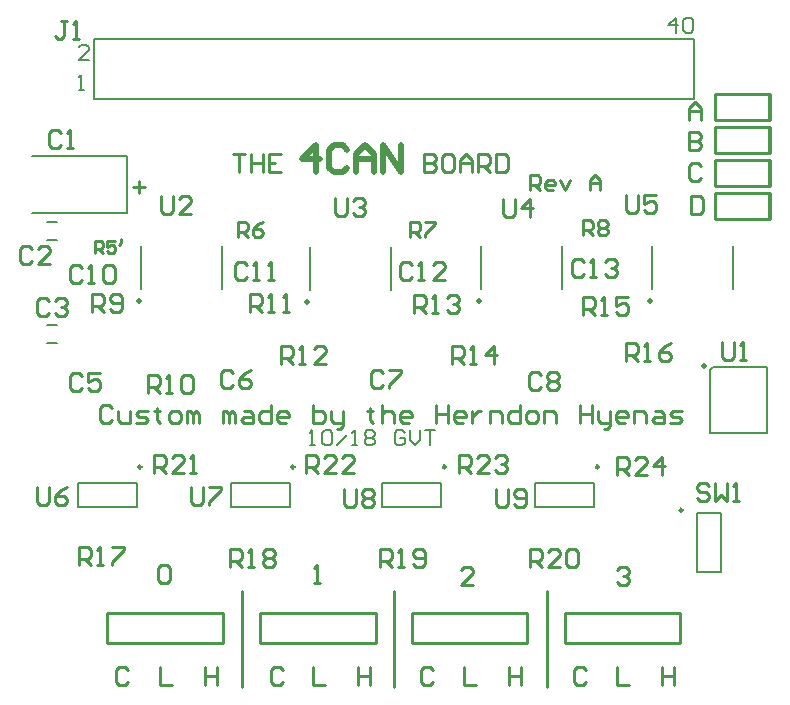
<source format=gto>
G04 Layer_Color=65535*
%FSLAX25Y25*%
%MOIN*%
G70*
G01*
G75*
%ADD19C,0.01000*%
%ADD21C,0.02000*%
%ADD35C,0.00984*%
%ADD36C,0.02000*%
%ADD37C,0.00787*%
%ADD38C,0.00600*%
%ADD39C,0.00800*%
D19*
X520000Y340000D02*
Y348500D01*
X502000D02*
X520000D01*
X502000Y340000D02*
X520000D01*
X520500D02*
Y348500D01*
X502000Y340000D02*
Y348500D01*
Y351000D02*
Y359500D01*
X520500Y351000D02*
Y359500D01*
X502000Y351000D02*
X520000D01*
X502000Y359500D02*
X520000D01*
Y351000D02*
Y359500D01*
X502000Y362000D02*
Y370500D01*
X520500Y362000D02*
Y370500D01*
X502000Y362000D02*
X520000D01*
X502000Y370500D02*
X520000D01*
Y362000D02*
Y370500D01*
Y373000D02*
Y381500D01*
X502000D02*
X520000D01*
X502000Y373000D02*
X520000D01*
X520500D02*
Y381500D01*
X502000Y373000D02*
Y381500D01*
X446100Y184000D02*
Y216000D01*
X395000Y184000D02*
Y216000D01*
X344500Y184000D02*
Y216000D01*
X452000Y198500D02*
X490500D01*
Y208500D01*
X452000D02*
X490500D01*
X452000Y198500D02*
Y208500D01*
X401000Y198500D02*
X439500D01*
Y208500D01*
X401000D02*
X439500D01*
X401000Y198500D02*
Y208500D01*
X350500Y198500D02*
X389000D01*
Y208500D01*
X350500D02*
X389000D01*
X350500Y198500D02*
Y208500D01*
X299500Y198500D02*
Y208500D01*
X338000D01*
Y198500D02*
Y208500D01*
X299500Y198500D02*
X338000D01*
X440500Y349500D02*
Y354498D01*
X442999D01*
X443832Y353665D01*
Y351999D01*
X442999Y351166D01*
X440500D01*
X442166D02*
X443832Y349500D01*
X447998D02*
X446331D01*
X445498Y350333D01*
Y351999D01*
X446331Y352832D01*
X447998D01*
X448831Y351999D01*
Y351166D01*
X445498D01*
X450497Y352832D02*
X452163Y349500D01*
X453829Y352832D01*
X460494Y349500D02*
Y352832D01*
X462160Y354498D01*
X463826Y352832D01*
Y349500D01*
Y351999D01*
X460494D01*
X458000Y334500D02*
Y339498D01*
X460499D01*
X461332Y338665D01*
Y336999D01*
X460499Y336166D01*
X458000D01*
X459666D02*
X461332Y334500D01*
X462998Y338665D02*
X463831Y339498D01*
X465498D01*
X466331Y338665D01*
Y337832D01*
X465498Y336999D01*
X466331Y336166D01*
Y335333D01*
X465498Y334500D01*
X463831D01*
X462998Y335333D01*
Y336166D01*
X463831Y336999D01*
X462998Y337832D01*
Y338665D01*
X463831Y336999D02*
X465498D01*
X400500Y334000D02*
Y338998D01*
X402999D01*
X403832Y338165D01*
Y336499D01*
X402999Y335666D01*
X400500D01*
X402166D02*
X403832Y334000D01*
X405498Y338998D02*
X408831D01*
Y338165D01*
X405498Y334833D01*
Y334000D01*
X343000D02*
Y338998D01*
X345499D01*
X346332Y338165D01*
Y336499D01*
X345499Y335666D01*
X343000D01*
X344666D02*
X346332Y334000D01*
X351331Y338998D02*
X349664Y338165D01*
X347998Y336499D01*
Y334833D01*
X348831Y334000D01*
X350498D01*
X351331Y334833D01*
Y335666D01*
X350498Y336499D01*
X347998D01*
X295500Y328500D02*
Y332499D01*
X297499D01*
X298166Y331832D01*
Y330499D01*
X297499Y329833D01*
X295500D01*
X296833D02*
X298166Y328500D01*
X302165Y332499D02*
X299499D01*
Y330499D01*
X300832Y331166D01*
X301498D01*
X302165Y330499D01*
Y329166D01*
X301498Y328500D01*
X300165D01*
X299499Y329166D01*
X304164Y333165D02*
Y331832D01*
X303497Y331166D01*
X458499Y325498D02*
X457499Y326498D01*
X455500D01*
X454500Y325498D01*
Y321500D01*
X455500Y320500D01*
X457499D01*
X458499Y321500D01*
X460498Y320500D02*
X462497D01*
X461498D01*
Y326498D01*
X460498Y325498D01*
X465496D02*
X466496Y326498D01*
X468496D01*
X469495Y325498D01*
Y324499D01*
X468496Y323499D01*
X467496D01*
X468496D01*
X469495Y322499D01*
Y321500D01*
X468496Y320500D01*
X466496D01*
X465496Y321500D01*
X400999Y324498D02*
X399999Y325498D01*
X398000D01*
X397000Y324498D01*
Y320500D01*
X398000Y319500D01*
X399999D01*
X400999Y320500D01*
X402998Y319500D02*
X404997D01*
X403998D01*
Y325498D01*
X402998Y324498D01*
X411995Y319500D02*
X407996D01*
X411995Y323499D01*
Y324498D01*
X410995Y325498D01*
X408996D01*
X407996Y324498D01*
X345999D02*
X344999Y325498D01*
X343000D01*
X342000Y324498D01*
Y320500D01*
X343000Y319500D01*
X344999D01*
X345999Y320500D01*
X347998Y319500D02*
X349997D01*
X348998D01*
Y325498D01*
X347998Y324498D01*
X352996Y319500D02*
X354996D01*
X353996D01*
Y325498D01*
X352996Y324498D01*
X290999Y323498D02*
X289999Y324498D01*
X288000D01*
X287000Y323498D01*
Y319500D01*
X288000Y318500D01*
X289999D01*
X290999Y319500D01*
X292998Y318500D02*
X294997D01*
X293998D01*
Y324498D01*
X292998Y323498D01*
X297996D02*
X298996Y324498D01*
X300995D01*
X301995Y323498D01*
Y319500D01*
X300995Y318500D01*
X298996D01*
X297996Y319500D01*
Y323498D01*
X472500Y292417D02*
Y298415D01*
X475499D01*
X476499Y297416D01*
Y295416D01*
X475499Y294417D01*
X472500D01*
X474499D02*
X476499Y292417D01*
X478498D02*
X480497D01*
X479498D01*
Y298415D01*
X478498Y297416D01*
X487495Y298415D02*
X485496Y297416D01*
X483496Y295416D01*
Y293417D01*
X484496Y292417D01*
X486495D01*
X487495Y293417D01*
Y294417D01*
X486495Y295416D01*
X483496D01*
X458000Y308000D02*
Y313998D01*
X460999D01*
X461999Y312998D01*
Y310999D01*
X460999Y309999D01*
X458000D01*
X459999D02*
X461999Y308000D01*
X463998D02*
X465997D01*
X464998D01*
Y313998D01*
X463998Y312998D01*
X472995Y313998D02*
X468996D01*
Y310999D01*
X470996Y311999D01*
X471995D01*
X472995Y310999D01*
Y309000D01*
X471995Y308000D01*
X469996D01*
X468996Y309000D01*
X414500Y291677D02*
Y297675D01*
X417499D01*
X418499Y296676D01*
Y294676D01*
X417499Y293676D01*
X414500D01*
X416499D02*
X418499Y291677D01*
X420498D02*
X422497D01*
X421498D01*
Y297675D01*
X420498Y296676D01*
X428496Y291677D02*
Y297675D01*
X425496Y294676D01*
X429495D01*
X401776Y308450D02*
Y314448D01*
X404775D01*
X405774Y313448D01*
Y311449D01*
X404775Y310449D01*
X401776D01*
X403775D02*
X405774Y308450D01*
X407774D02*
X409773D01*
X408773D01*
Y314448D01*
X407774Y313448D01*
X412772D02*
X413772Y314448D01*
X415771D01*
X416771Y313448D01*
Y312449D01*
X415771Y311449D01*
X414771D01*
X415771D01*
X416771Y310449D01*
Y309450D01*
X415771Y308450D01*
X413772D01*
X412772Y309450D01*
X357500Y291500D02*
Y297498D01*
X360499D01*
X361499Y296498D01*
Y294499D01*
X360499Y293499D01*
X357500D01*
X359499D02*
X361499Y291500D01*
X363498D02*
X365497D01*
X364498D01*
Y297498D01*
X363498Y296498D01*
X372495Y291500D02*
X368496D01*
X372495Y295499D01*
Y296498D01*
X371496Y297498D01*
X369496D01*
X368496Y296498D01*
X347047Y309000D02*
Y314998D01*
X350046D01*
X351046Y313998D01*
Y311999D01*
X350046Y310999D01*
X347047D01*
X349047D02*
X351046Y309000D01*
X353045D02*
X355045D01*
X354045D01*
Y314998D01*
X353045Y313998D01*
X358044Y309000D02*
X360043D01*
X359043D01*
Y314998D01*
X358044Y313998D01*
X313000Y282000D02*
Y287998D01*
X315999D01*
X316999Y286998D01*
Y284999D01*
X315999Y283999D01*
X313000D01*
X314999D02*
X316999Y282000D01*
X318998D02*
X320997D01*
X319998D01*
Y287998D01*
X318998Y286998D01*
X323996D02*
X324996Y287998D01*
X326995D01*
X327995Y286998D01*
Y283000D01*
X326995Y282000D01*
X324996D01*
X323996Y283000D01*
Y286998D01*
X294500Y309000D02*
Y314998D01*
X297499D01*
X298499Y313998D01*
Y311999D01*
X297499Y310999D01*
X294500D01*
X296499D02*
X298499Y309000D01*
X300498Y310000D02*
X301498Y309000D01*
X303497D01*
X304497Y310000D01*
Y313998D01*
X303497Y314998D01*
X301498D01*
X300498Y313998D01*
Y312999D01*
X301498Y311999D01*
X304497D01*
X443999Y287998D02*
X442999Y288998D01*
X441000D01*
X440000Y287998D01*
Y284000D01*
X441000Y283000D01*
X442999D01*
X443999Y284000D01*
X445998Y287998D02*
X446998Y288998D01*
X448997D01*
X449997Y287998D01*
Y286999D01*
X448997Y285999D01*
X449997Y284999D01*
Y284000D01*
X448997Y283000D01*
X446998D01*
X445998Y284000D01*
Y284999D01*
X446998Y285999D01*
X445998Y286999D01*
Y287998D01*
X446998Y285999D02*
X448997D01*
X391499Y288498D02*
X390499Y289498D01*
X388500D01*
X387500Y288498D01*
Y284500D01*
X388500Y283500D01*
X390499D01*
X391499Y284500D01*
X393498Y289498D02*
X397497D01*
Y288498D01*
X393498Y284500D01*
Y283500D01*
X341499Y288498D02*
X340499Y289498D01*
X338500D01*
X337500Y288498D01*
Y284500D01*
X338500Y283500D01*
X340499D01*
X341499Y284500D01*
X347497Y289498D02*
X345497Y288498D01*
X343498Y286499D01*
Y284500D01*
X344498Y283500D01*
X346497D01*
X347497Y284500D01*
Y285499D01*
X346497Y286499D01*
X343498D01*
X290999Y287498D02*
X289999Y288498D01*
X288000D01*
X287000Y287498D01*
Y283500D01*
X288000Y282500D01*
X289999D01*
X290999Y283500D01*
X296997Y288498D02*
X292998D01*
Y285499D01*
X294997Y286499D01*
X295997D01*
X296997Y285499D01*
Y283500D01*
X295997Y282500D01*
X293998D01*
X292998Y283500D01*
X440453Y224000D02*
Y229998D01*
X443452D01*
X444452Y228998D01*
Y226999D01*
X443452Y225999D01*
X440453D01*
X442452D02*
X444452Y224000D01*
X450450D02*
X446451D01*
X450450Y227999D01*
Y228998D01*
X449450Y229998D01*
X447450D01*
X446451Y228998D01*
X452449D02*
X453448Y229998D01*
X455448D01*
X456448Y228998D01*
Y225000D01*
X455448Y224000D01*
X453448D01*
X452449Y225000D01*
Y228998D01*
X390453Y223870D02*
Y229868D01*
X393452D01*
X394451Y228868D01*
Y226869D01*
X393452Y225869D01*
X390453D01*
X392452D02*
X394451Y223870D01*
X396451D02*
X398450D01*
X397450D01*
Y229868D01*
X396451Y228868D01*
X401449Y224870D02*
X402449Y223870D01*
X404448D01*
X405448Y224870D01*
Y228868D01*
X404448Y229868D01*
X402449D01*
X401449Y228868D01*
Y227869D01*
X402449Y226869D01*
X405448D01*
X340323Y224000D02*
Y229998D01*
X343322D01*
X344321Y228998D01*
Y226999D01*
X343322Y225999D01*
X340323D01*
X342322D02*
X344321Y224000D01*
X346321D02*
X348320D01*
X347321D01*
Y229998D01*
X346321Y228998D01*
X351319D02*
X352319Y229998D01*
X354318D01*
X355318Y228998D01*
Y227999D01*
X354318Y226999D01*
X355318Y225999D01*
Y225000D01*
X354318Y224000D01*
X352319D01*
X351319Y225000D01*
Y225999D01*
X352319Y226999D01*
X351319Y227999D01*
Y228998D01*
X352319Y226999D02*
X354318D01*
X290000Y224500D02*
Y230498D01*
X292999D01*
X293999Y229498D01*
Y227499D01*
X292999Y226499D01*
X290000D01*
X291999D02*
X293999Y224500D01*
X295998D02*
X297997D01*
X296998D01*
Y230498D01*
X295998Y229498D01*
X300996Y230498D02*
X304995D01*
Y229498D01*
X300996Y225500D01*
Y224500D01*
X469500Y254500D02*
Y260498D01*
X472499D01*
X473499Y259498D01*
Y257499D01*
X472499Y256499D01*
X469500D01*
X471499D02*
X473499Y254500D01*
X479497D02*
X475498D01*
X479497Y258499D01*
Y259498D01*
X478497Y260498D01*
X476498D01*
X475498Y259498D01*
X484495Y254500D02*
Y260498D01*
X481496Y257499D01*
X485495D01*
X416700Y255200D02*
Y261198D01*
X419699D01*
X420699Y260198D01*
Y258199D01*
X419699Y257199D01*
X416700D01*
X418699D02*
X420699Y255200D01*
X426697D02*
X422698D01*
X426697Y259199D01*
Y260198D01*
X425697Y261198D01*
X423698D01*
X422698Y260198D01*
X428696D02*
X429696Y261198D01*
X431695D01*
X432695Y260198D01*
Y259199D01*
X431695Y258199D01*
X430695D01*
X431695D01*
X432695Y257199D01*
Y256200D01*
X431695Y255200D01*
X429696D01*
X428696Y256200D01*
X365700Y255200D02*
Y261198D01*
X368699D01*
X369699Y260198D01*
Y258199D01*
X368699Y257199D01*
X365700D01*
X367699D02*
X369699Y255200D01*
X375697D02*
X371698D01*
X375697Y259199D01*
Y260198D01*
X374697Y261198D01*
X372698D01*
X371698Y260198D01*
X381695Y255200D02*
X377696D01*
X381695Y259199D01*
Y260198D01*
X380695Y261198D01*
X378696D01*
X377696Y260198D01*
X315200Y255200D02*
Y261198D01*
X318199D01*
X319199Y260198D01*
Y258199D01*
X318199Y257199D01*
X315200D01*
X317199D02*
X319199Y255200D01*
X325197D02*
X321198D01*
X325197Y259199D01*
Y260198D01*
X324197Y261198D01*
X322198D01*
X321198Y260198D01*
X327196Y255200D02*
X329195D01*
X328196D01*
Y261198D01*
X327196Y260198D01*
X279999Y312498D02*
X278999Y313498D01*
X277000D01*
X276000Y312498D01*
Y308500D01*
X277000Y307500D01*
X278999D01*
X279999Y308500D01*
X281998Y312498D02*
X282998Y313498D01*
X284997D01*
X285997Y312498D01*
Y311499D01*
X284997Y310499D01*
X283997D01*
X284997D01*
X285997Y309499D01*
Y308500D01*
X284997Y307500D01*
X282998D01*
X281998Y308500D01*
X274499Y329998D02*
X273499Y330998D01*
X271500D01*
X270500Y329998D01*
Y326000D01*
X271500Y325000D01*
X273499D01*
X274499Y326000D01*
X280497Y325000D02*
X276498D01*
X280497Y328999D01*
Y329998D01*
X279497Y330998D01*
X277498D01*
X276498Y329998D01*
X283940Y368498D02*
X282940Y369498D01*
X280941D01*
X279941Y368498D01*
Y364500D01*
X280941Y363500D01*
X282940D01*
X283940Y364500D01*
X285939Y363500D02*
X287938D01*
X286939D01*
Y369498D01*
X285939Y368498D01*
X499999Y250998D02*
X498999Y251998D01*
X497000D01*
X496000Y250998D01*
Y249999D01*
X497000Y248999D01*
X498999D01*
X499999Y247999D01*
Y247000D01*
X498999Y246000D01*
X497000D01*
X496000Y247000D01*
X501998Y251998D02*
Y246000D01*
X503997Y247999D01*
X505997Y246000D01*
Y251998D01*
X507996Y246000D02*
X509996D01*
X508996D01*
Y251998D01*
X507996Y250998D01*
X429000Y250045D02*
Y245047D01*
X430000Y244047D01*
X431999D01*
X432999Y245047D01*
Y250045D01*
X434998Y245047D02*
X435998Y244047D01*
X437997D01*
X438997Y245047D01*
Y249046D01*
X437997Y250045D01*
X435998D01*
X434998Y249046D01*
Y248046D01*
X435998Y247046D01*
X438997D01*
X378500Y250045D02*
Y245047D01*
X379500Y244047D01*
X381499D01*
X382499Y245047D01*
Y250045D01*
X384498Y249046D02*
X385498Y250045D01*
X387497D01*
X388497Y249046D01*
Y248046D01*
X387497Y247046D01*
X388497Y246047D01*
Y245047D01*
X387497Y244047D01*
X385498D01*
X384498Y245047D01*
Y246047D01*
X385498Y247046D01*
X384498Y248046D01*
Y249046D01*
X385498Y247046D02*
X387497D01*
X327500Y250498D02*
Y245500D01*
X328500Y244500D01*
X330499D01*
X331499Y245500D01*
Y250498D01*
X333498D02*
X337497D01*
Y249498D01*
X333498Y245500D01*
Y244500D01*
X276000Y250498D02*
Y245500D01*
X277000Y244500D01*
X278999D01*
X279999Y245500D01*
Y250498D01*
X285997D02*
X283997Y249498D01*
X281998Y247499D01*
Y245500D01*
X282998Y244500D01*
X284997D01*
X285997Y245500D01*
Y246499D01*
X284997Y247499D01*
X281998D01*
X285999Y405998D02*
X283999D01*
X284999D01*
Y401000D01*
X283999Y400000D01*
X283000D01*
X282000Y401000D01*
X287998Y400000D02*
X289997D01*
X288998D01*
Y405998D01*
X287998Y404998D01*
X300999Y276998D02*
X299999Y277998D01*
X298000D01*
X297000Y276998D01*
Y273000D01*
X298000Y272000D01*
X299999D01*
X300999Y273000D01*
X302998Y275999D02*
Y273000D01*
X303998Y272000D01*
X306997D01*
Y275999D01*
X308996Y272000D02*
X311995D01*
X312995Y273000D01*
X311995Y273999D01*
X309996D01*
X308996Y274999D01*
X309996Y275999D01*
X312995D01*
X315994Y276998D02*
Y275999D01*
X314994D01*
X316993D01*
X315994D01*
Y273000D01*
X316993Y272000D01*
X320992D02*
X322992D01*
X323991Y273000D01*
Y274999D01*
X322992Y275999D01*
X320992D01*
X319993Y274999D01*
Y273000D01*
X320992Y272000D01*
X325991D02*
Y275999D01*
X326990D01*
X327990Y274999D01*
Y272000D01*
Y274999D01*
X328990Y275999D01*
X329989Y274999D01*
Y272000D01*
X337987D02*
Y275999D01*
X338986D01*
X339986Y274999D01*
Y272000D01*
Y274999D01*
X340986Y275999D01*
X341985Y274999D01*
Y272000D01*
X344985Y275999D02*
X346984D01*
X347984Y274999D01*
Y272000D01*
X344985D01*
X343985Y273000D01*
X344985Y273999D01*
X347984D01*
X353982Y277998D02*
Y272000D01*
X350982D01*
X349983Y273000D01*
Y274999D01*
X350982Y275999D01*
X353982D01*
X358980Y272000D02*
X356981D01*
X355981Y273000D01*
Y274999D01*
X356981Y275999D01*
X358980D01*
X359980Y274999D01*
Y273999D01*
X355981D01*
X367977Y277998D02*
Y272000D01*
X370976D01*
X371976Y273000D01*
Y273999D01*
Y274999D01*
X370976Y275999D01*
X367977D01*
X373975D02*
Y273000D01*
X374975Y272000D01*
X377974D01*
Y271000D01*
X376974Y270001D01*
X375974D01*
X377974Y272000D02*
Y275999D01*
X386971Y276998D02*
Y275999D01*
X385971D01*
X387971D01*
X386971D01*
Y273000D01*
X387971Y272000D01*
X390970Y277998D02*
Y272000D01*
Y274999D01*
X391969Y275999D01*
X393969D01*
X394968Y274999D01*
Y272000D01*
X399967D02*
X397967D01*
X396968Y273000D01*
Y274999D01*
X397967Y275999D01*
X399967D01*
X400966Y274999D01*
Y273999D01*
X396968D01*
X408964Y277998D02*
Y272000D01*
Y274999D01*
X412962D01*
Y277998D01*
Y272000D01*
X417961D02*
X415962D01*
X414962Y273000D01*
Y274999D01*
X415962Y275999D01*
X417961D01*
X418961Y274999D01*
Y273999D01*
X414962D01*
X420960Y275999D02*
Y272000D01*
Y273999D01*
X421960Y274999D01*
X422959Y275999D01*
X423959D01*
X426958Y272000D02*
Y275999D01*
X429957D01*
X430957Y274999D01*
Y272000D01*
X436955Y277998D02*
Y272000D01*
X433956D01*
X432956Y273000D01*
Y274999D01*
X433956Y275999D01*
X436955D01*
X439954Y272000D02*
X441953D01*
X442953Y273000D01*
Y274999D01*
X441953Y275999D01*
X439954D01*
X438954Y274999D01*
Y273000D01*
X439954Y272000D01*
X444952D02*
Y275999D01*
X447951D01*
X448951Y274999D01*
Y272000D01*
X456948Y277998D02*
Y272000D01*
Y274999D01*
X460947D01*
Y277998D01*
Y272000D01*
X462946Y275999D02*
Y273000D01*
X463946Y272000D01*
X466945D01*
Y271000D01*
X465945Y270001D01*
X464946D01*
X466945Y272000D02*
Y275999D01*
X471943Y272000D02*
X469944D01*
X468944Y273000D01*
Y274999D01*
X469944Y275999D01*
X471943D01*
X472943Y274999D01*
Y273999D01*
X468944D01*
X474942Y272000D02*
Y275999D01*
X477942D01*
X478941Y274999D01*
Y272000D01*
X481940Y275999D02*
X483940D01*
X484939Y274999D01*
Y272000D01*
X481940D01*
X480940Y273000D01*
X481940Y273999D01*
X484939D01*
X486939Y272000D02*
X489938D01*
X490937Y273000D01*
X489938Y273999D01*
X487938D01*
X486939Y274999D01*
X487938Y275999D01*
X490937D01*
X405000Y361498D02*
Y355500D01*
X407999D01*
X408999Y356500D01*
Y357499D01*
X407999Y358499D01*
X405000D01*
X407999D01*
X408999Y359499D01*
Y360498D01*
X407999Y361498D01*
X405000D01*
X413997D02*
X411998D01*
X410998Y360498D01*
Y356500D01*
X411998Y355500D01*
X413997D01*
X414997Y356500D01*
Y360498D01*
X413997Y361498D01*
X416996Y355500D02*
Y359499D01*
X418996Y361498D01*
X420995Y359499D01*
Y355500D01*
Y358499D01*
X416996D01*
X422994Y355500D02*
Y361498D01*
X425993D01*
X426993Y360498D01*
Y358499D01*
X425993Y357499D01*
X422994D01*
X424994D02*
X426993Y355500D01*
X428992Y361498D02*
Y355500D01*
X431991D01*
X432991Y356500D01*
Y360498D01*
X431991Y361498D01*
X428992D01*
X341500D02*
X345499D01*
X343499D01*
Y355500D01*
X347498Y361498D02*
Y355500D01*
Y358499D01*
X351497D01*
Y361498D01*
Y355500D01*
X357495Y361498D02*
X353496D01*
Y355500D01*
X357495D01*
X353496Y358499D02*
X355496D01*
X469500Y222998D02*
X470500Y223998D01*
X472499D01*
X473499Y222998D01*
Y221999D01*
X472499Y220999D01*
X471499D01*
X472499D01*
X473499Y219999D01*
Y219000D01*
X472499Y218000D01*
X470500D01*
X469500Y219000D01*
X421499Y218000D02*
X417500D01*
X421499Y221999D01*
Y222998D01*
X420499Y223998D01*
X418500D01*
X417500Y222998D01*
X368500Y218500D02*
X370499D01*
X369500D01*
Y224498D01*
X368500Y223498D01*
X316500D02*
X317500Y224498D01*
X319499D01*
X320499Y223498D01*
Y219500D01*
X319499Y218500D01*
X317500D01*
X316500Y219500D01*
Y223498D01*
X308000Y350499D02*
X311999D01*
X309999Y352498D02*
Y348500D01*
X458999Y189498D02*
X457999Y190498D01*
X456000D01*
X455000Y189498D01*
Y185500D01*
X456000Y184500D01*
X457999D01*
X458999Y185500D01*
X407999Y189498D02*
X406999Y190498D01*
X405000D01*
X404000Y189498D01*
Y185500D01*
X405000Y184500D01*
X406999D01*
X407999Y185500D01*
X357999Y189498D02*
X356999Y190498D01*
X355000D01*
X354000Y189498D01*
Y185500D01*
X355000Y184500D01*
X356999D01*
X357999Y185500D01*
X306499Y189498D02*
X305499Y190498D01*
X303500D01*
X302500Y189498D01*
Y185500D01*
X303500Y184500D01*
X305499D01*
X306499Y185500D01*
X484500Y190498D02*
Y184500D01*
Y187499D01*
X488499D01*
Y190498D01*
Y184500D01*
X469500Y190498D02*
Y184500D01*
X473499D01*
X433500Y190498D02*
Y184500D01*
Y187499D01*
X437499D01*
Y190498D01*
Y184500D01*
X418500Y190498D02*
Y184500D01*
X422499D01*
X383000Y190498D02*
Y184500D01*
Y187499D01*
X386999D01*
Y190498D01*
Y184500D01*
X368000Y190498D02*
Y184500D01*
X371999D01*
X317000Y190498D02*
Y184500D01*
X320999D01*
X332000Y190498D02*
Y184500D01*
Y187499D01*
X335999D01*
Y190498D01*
Y184500D01*
X504500Y298998D02*
Y294000D01*
X505500Y293000D01*
X507499D01*
X508499Y294000D01*
Y298998D01*
X510498Y293000D02*
X512497D01*
X511498D01*
Y298998D01*
X510498Y297998D01*
X472500Y347998D02*
Y343000D01*
X473500Y342000D01*
X475499D01*
X476499Y343000D01*
Y347998D01*
X482497D02*
X478498D01*
Y344999D01*
X480497Y345999D01*
X481497D01*
X482497Y344999D01*
Y343000D01*
X481497Y342000D01*
X479498D01*
X478498Y343000D01*
X431500Y346498D02*
Y341500D01*
X432500Y340500D01*
X434499D01*
X435499Y341500D01*
Y346498D01*
X440497Y340500D02*
Y346498D01*
X437498Y343499D01*
X441497D01*
X375500Y346998D02*
Y342000D01*
X376500Y341000D01*
X378499D01*
X379499Y342000D01*
Y346998D01*
X381498Y345998D02*
X382498Y346998D01*
X384497D01*
X385497Y345998D01*
Y344999D01*
X384497Y343999D01*
X383497D01*
X384497D01*
X385497Y342999D01*
Y342000D01*
X384497Y341000D01*
X382498D01*
X381498Y342000D01*
X317500Y347498D02*
Y342500D01*
X318500Y341500D01*
X320499D01*
X321499Y342500D01*
Y347498D01*
X327497Y341500D02*
X323498D01*
X327497Y345499D01*
Y346498D01*
X326497Y347498D01*
X324498D01*
X323498Y346498D01*
X493500Y373000D02*
Y376999D01*
X495499Y378998D01*
X497499Y376999D01*
Y373000D01*
Y375999D01*
X493500D01*
Y368998D02*
Y363000D01*
X496499D01*
X497499Y364000D01*
Y364999D01*
X496499Y365999D01*
X493500D01*
X496499D01*
X497499Y366999D01*
Y367998D01*
X496499Y368998D01*
X493500D01*
X497499Y357498D02*
X496499Y358498D01*
X494500D01*
X493500Y357498D01*
Y353500D01*
X494500Y352500D01*
X496499D01*
X497499Y353500D01*
X494000Y347498D02*
Y341500D01*
X496999D01*
X497999Y342500D01*
Y346498D01*
X496999Y347498D01*
X494000D01*
D21*
X368999Y355500D02*
Y364497D01*
X364500Y359998D01*
X370498D01*
X379495Y362998D02*
X377996Y364497D01*
X374997D01*
X373497Y362998D01*
Y356999D01*
X374997Y355500D01*
X377996D01*
X379495Y356999D01*
X382494Y355500D02*
Y361498D01*
X385493Y364497D01*
X388492Y361498D01*
Y355500D01*
Y359998D01*
X382494D01*
X391491Y355500D02*
Y364497D01*
X397489Y355500D01*
Y364497D01*
D35*
X463339Y257252D02*
G03*
X463339Y257252I-492J0D01*
G01*
X412339D02*
G03*
X412339Y257252I-492J0D01*
G01*
X361839D02*
G03*
X361839Y257252I-492J0D01*
G01*
X310839D02*
G03*
X310839Y257252I-492J0D01*
G01*
X491240Y242846D02*
G03*
X491240Y242846I-492J0D01*
G01*
D36*
X480223Y312600D02*
D03*
X423223D02*
D03*
X366154Y312250D02*
D03*
X498500Y291000D02*
D03*
X310120Y312450D02*
D03*
D37*
X442158Y244063D02*
Y251937D01*
X461842Y244063D02*
Y251937D01*
X442158Y244063D02*
X461842D01*
X442158Y251937D02*
X461842D01*
X391158Y244063D02*
Y251937D01*
X410843Y244063D02*
Y251937D01*
X391158Y244063D02*
X410843D01*
X391158Y251937D02*
X410843D01*
X340657Y244063D02*
Y251937D01*
X360343Y244063D02*
Y251937D01*
X340657Y244063D02*
X360343D01*
X340657Y251937D02*
X360343D01*
X289657Y244063D02*
Y251937D01*
X309343Y244063D02*
Y251937D01*
X289657Y244063D02*
X309343D01*
X289657Y251937D02*
X309343D01*
X279425Y298547D02*
X282575D01*
X279425Y304453D02*
X282575D01*
X279425Y333047D02*
X282575D01*
X279425Y338953D02*
X282575D01*
X306000Y342000D02*
Y361000D01*
X274500Y342000D02*
X306000D01*
X274500Y361000D02*
X306000D01*
X496063Y222158D02*
X503937D01*
X496063Y241843D02*
X503937D01*
Y222158D02*
Y241843D01*
X496063Y222158D02*
Y241843D01*
X495000Y380000D02*
Y400000D01*
X295000Y380000D02*
Y400000D01*
X495000D01*
X295000Y380000D02*
X495000D01*
D38*
X507984Y316460D02*
Y330940D01*
X480984Y316460D02*
Y330940D01*
X450984Y316460D02*
Y330940D01*
X423984Y316460D02*
Y330940D01*
X393916Y316110D02*
Y330590D01*
X366916Y316110D02*
Y330590D01*
X310620Y316410D02*
Y330890D01*
X337620Y316410D02*
Y330890D01*
D39*
X501500Y290500D02*
X519500D01*
X500500Y289500D02*
X501500Y290500D01*
X500500Y268500D02*
Y289500D01*
Y268500D02*
X519500D01*
Y290500D01*
X290000Y383000D02*
X291666D01*
X290833D01*
Y387998D01*
X290000Y387165D01*
X367000Y264500D02*
X368666D01*
X367833D01*
Y269498D01*
X367000Y268665D01*
X371165D02*
X371998Y269498D01*
X373664D01*
X374498Y268665D01*
Y265333D01*
X373664Y264500D01*
X371998D01*
X371165Y265333D01*
Y268665D01*
X376164Y264500D02*
X379496Y267832D01*
X381162Y264500D02*
X382828D01*
X381995D01*
Y269498D01*
X381162Y268665D01*
X385327D02*
X386160Y269498D01*
X387827D01*
X388660Y268665D01*
Y267832D01*
X387827Y266999D01*
X388660Y266166D01*
Y265333D01*
X387827Y264500D01*
X386160D01*
X385327Y265333D01*
Y266166D01*
X386160Y266999D01*
X385327Y267832D01*
Y268665D01*
X386160Y266999D02*
X387827D01*
X398656Y268665D02*
X397823Y269498D01*
X396157D01*
X395324Y268665D01*
Y265333D01*
X396157Y264500D01*
X397823D01*
X398656Y265333D01*
Y266999D01*
X396990D01*
X400322Y269498D02*
Y266166D01*
X401989Y264500D01*
X403655Y266166D01*
Y269498D01*
X405321D02*
X408653D01*
X406987D01*
Y264500D01*
X293332Y393000D02*
X290000D01*
X293332Y396332D01*
Y397165D01*
X292499Y397998D01*
X290833D01*
X290000Y397165D01*
X488999Y402000D02*
Y406998D01*
X486500Y404499D01*
X489832D01*
X491498Y406165D02*
X492331Y406998D01*
X493998D01*
X494831Y406165D01*
Y402833D01*
X493998Y402000D01*
X492331D01*
X491498Y402833D01*
Y406165D01*
M02*

</source>
